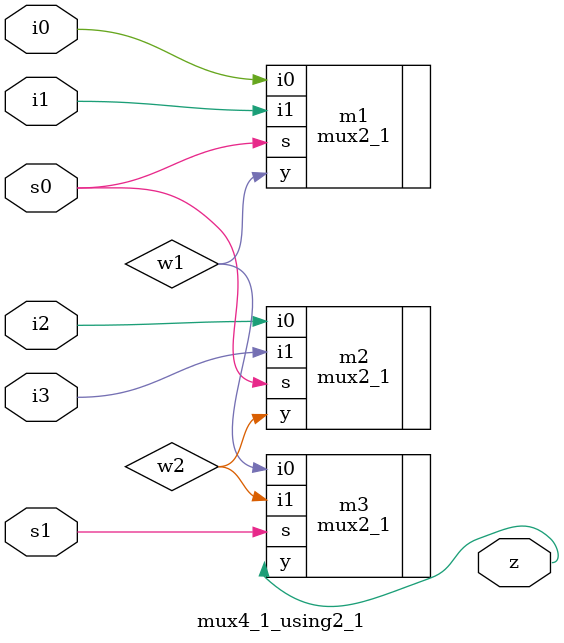
<source format=v>
`timescale 1ns / 1ps
module mux4_1_using2_1( input i3,i2,i1,i0,s1,s0,output z );
wire w1,w2;
mux2_1 m1(.i0(i0),.i1(i1),.s(s0),.y(w1));
mux2_1 m2(.i0(i2),.i1(i3),.s(s0),.y(w2));
mux2_1 m3(.i0(w1),.i1(w2),.s(s1),.y(z));



endmodule

</source>
